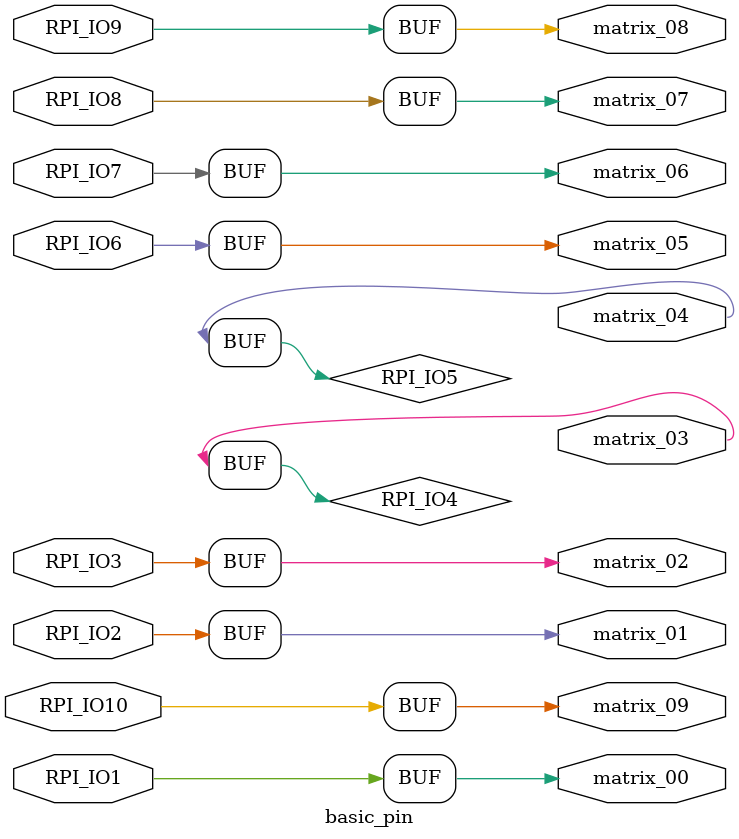
<source format=v>
module basic_pin (
	input RPI_IO1,
	input RPI_IO2,
	input RPI_IO3,
	input RPI_IO6,
	input RPI_IO7,
	input RPI_IO8,
	input RPI_IO9,
	input RPI_IO10,
	output matrix_00,
	output matrix_01,
	output matrix_02,
	output matrix_03,
	output matrix_04,
	output matrix_05,
	output matrix_06,
	output matrix_07,
	output matrix_08,
	output matrix_09
);

assign matrix_00 = RPI_IO1;
assign matrix_01 = RPI_IO2;
assign matrix_02 = RPI_IO3;
assign matrix_03 = RPI_IO4;
assign matrix_04 = RPI_IO5;
assign matrix_05 = RPI_IO6;
assign matrix_06 = RPI_IO7;
assign matrix_07 = RPI_IO8;
assign matrix_08 = RPI_IO9;
assign matrix_09 = RPI_IO10;

endmodule

</source>
